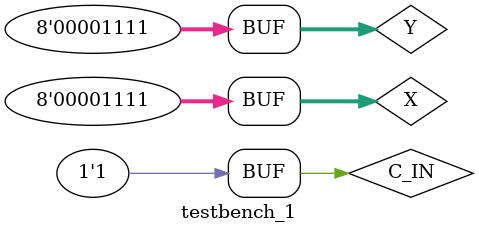
<source format=v>
`include "adderfromdecoder.v"
module adder8bit(SUM,C_OUT,X,Y,C_IN);
    input [7:0] X,Y;
    input C_IN;
    output [7:0] SUM;
    output C_OUT;
    wire c1,c2,c3,c4,c5,c6,c7;
    FADDER
        f1(SUM[0],c1,X[0],Y[0],C_IN),
        f2(SUM[1],c2,X[1],Y[1],c1),
        f3(SUM[2],c3,X[2],Y[2],c2),
        f4(SUM[3],c4,X[3],Y[3],c3),
        f5(SUM[4],c5,X[4],Y[4],c4),
        f6(SUM[5],c6,X[5],Y[5],c5),
        f7(SUM[6],c7,X[6],Y[6],c6),
        f8(SUM[7],C_OUT,X[7],Y[7],c7);
endmodule

module testbench_1;
    reg [7:0] X,Y;
    reg C_IN;
    wire [7:0] SUM;
    wire C_OUT;
    adder8bit a(SUM,C_OUT,X,Y,C_IN);
    initial
        $monitor(,$time,"X=%8b,Y=%8b,C_IN=%b,SUM=%8b,C_OUT=%b",X,Y,C_IN,SUM,C_OUT);
    initial
        begin
            #0 X=8'b00000000;Y=8'b00000000;C_IN=1'b0;
            #4 X=8'b10101010;Y=8'b01010101;C_IN=1'b0;
            #4 X=8'b00001111;Y=8'b00001111;C_IN=1'b1;
        end
endmodule
</source>
